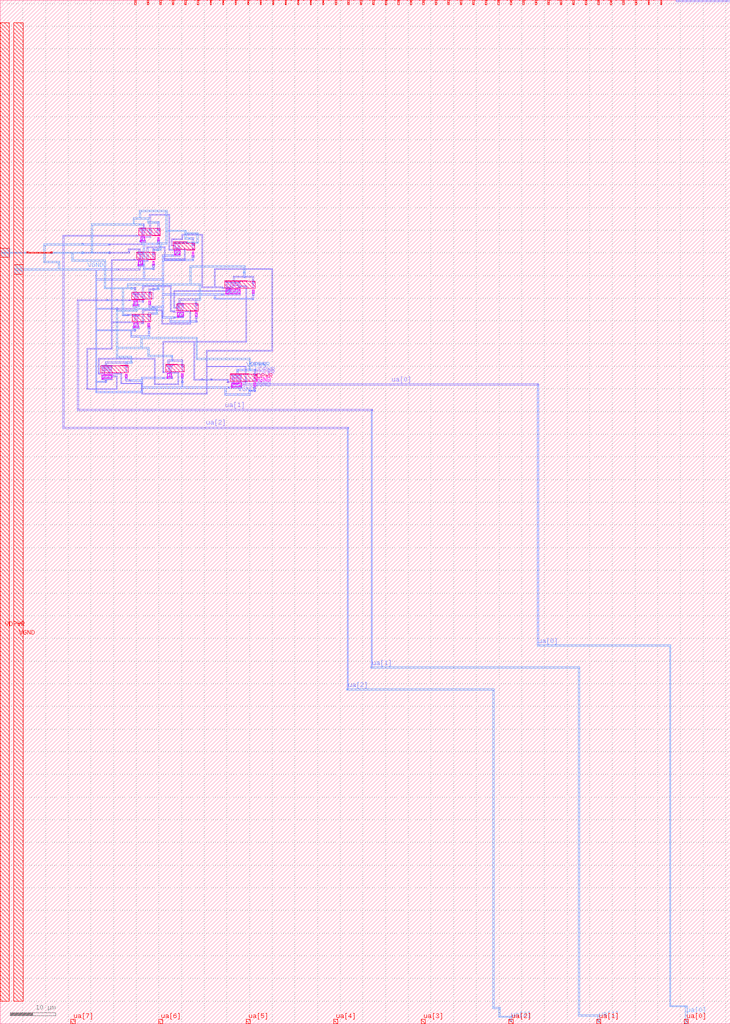
<source format=lef>
VERSION 5.7 ;
  NOWIREEXTENSIONATPIN ON ;
  DIVIDERCHAR "/" ;
  BUSBITCHARS "[]" ;
MACRO tt_um_test_17
  CLASS BLOCK ;
  FOREIGN tt_um_test_17 ;
  ORIGIN 0.000 0.000 ;
  SIZE 161.000 BY 225.760 ;
  PIN clk
    DIRECTION INPUT ;
    PORT
      LAYER met4 ;
        RECT 142.860 224.760 143.160 225.760 ;
    END
  END clk
  PIN ena
    DIRECTION INPUT ;
    PORT
      LAYER met4 ;
        RECT 145.620 224.760 145.920 225.760 ;
    END
  END ena
  PIN rst_n
    DIRECTION INPUT ;
    PORT
      LAYER met4 ;
        RECT 140.100 224.760 140.400 225.760 ;
    END
  END rst_n
  PIN ua[0]
    DIRECTION INOUT ;
    ANTENNADIFFAREA 0.445500 ;
    PORT
      LAYER li1 ;
        RECT 52.550 142.525 53.145 142.865 ;
        RECT 52.550 141.205 52.725 142.525 ;
        RECT 52.550 141.100 53.145 141.205 ;
        RECT 52.550 140.800 53.930 141.100 ;
        RECT 52.550 140.655 53.145 140.800 ;
      LAYER met1 ;
        RECT 53.600 140.800 118.760 141.100 ;
      LAYER met2 ;
        RECT 118.430 83.300 118.730 141.130 ;
        RECT 118.440 83.265 118.720 83.300 ;
      LAYER met3 ;
        RECT 118.415 83.600 118.745 83.615 ;
        RECT 118.415 83.300 147.930 83.600 ;
        RECT 118.415 83.285 118.745 83.300 ;
        RECT 147.630 4.000 147.930 83.300 ;
        RECT 147.630 3.700 151.480 4.000 ;
        RECT 151.080 0.110 151.480 3.700 ;
      LAYER met4 ;
        RECT 150.840 0.000 151.740 1.000 ;
    END
  END ua[0]
  PIN ua[1]
    DIRECTION INOUT ;
    ANTENNAGATEAREA 0.247500 ;
    PORT
      LAYER li1 ;
        RECT 29.550 159.700 29.880 159.715 ;
        RECT 28.380 159.500 29.880 159.700 ;
        RECT 29.550 159.475 29.880 159.500 ;
      LAYER met1 ;
        RECT 23.500 159.700 23.760 159.760 ;
        RECT 16.980 159.500 23.760 159.700 ;
        RECT 16.980 135.500 17.280 159.500 ;
        RECT 23.500 159.440 23.760 159.500 ;
        RECT 25.600 159.700 25.860 159.760 ;
        RECT 28.335 159.700 28.625 159.715 ;
        RECT 25.600 159.500 28.625 159.700 ;
        RECT 25.600 159.440 25.860 159.500 ;
        RECT 28.335 159.485 28.625 159.500 ;
        RECT 16.980 135.200 82.110 135.500 ;
      LAYER met2 ;
        RECT 23.470 159.700 23.790 159.730 ;
        RECT 25.570 159.700 25.890 159.730 ;
        RECT 23.470 159.500 25.890 159.700 ;
        RECT 23.470 159.470 23.790 159.500 ;
        RECT 25.570 159.470 25.890 159.500 ;
        RECT 81.780 78.450 82.080 135.530 ;
        RECT 81.790 78.415 82.070 78.450 ;
      LAYER met3 ;
        RECT 81.765 78.750 82.095 78.765 ;
        RECT 81.765 78.450 127.780 78.750 ;
        RECT 81.765 78.435 82.095 78.450 ;
        RECT 127.480 1.950 127.780 78.450 ;
        RECT 127.480 1.650 132.210 1.950 ;
        RECT 131.755 0.315 132.210 1.650 ;
      LAYER met4 ;
        RECT 131.520 0.000 132.420 1.000 ;
    END
  END ua[1]
  PIN ua[2]
    DIRECTION INOUT ;
    ANTENNAGATEAREA 0.247500 ;
    PORT
      LAYER li1 ;
        RECT 31.050 173.850 31.380 173.865 ;
        RECT 30.030 173.650 31.380 173.850 ;
        RECT 31.050 173.625 31.380 173.650 ;
      LAYER met1 ;
        RECT 29.985 173.850 30.275 173.865 ;
        RECT 13.780 173.650 30.275 173.850 ;
        RECT 13.780 131.550 14.080 173.650 ;
        RECT 29.985 173.635 30.275 173.650 ;
        RECT 13.780 131.250 76.810 131.550 ;
      LAYER met2 ;
        RECT 76.480 73.600 76.780 131.580 ;
        RECT 76.490 73.565 76.770 73.600 ;
      LAYER met3 ;
        RECT 76.465 73.900 76.795 73.915 ;
        RECT 76.465 73.600 108.930 73.900 ;
        RECT 76.465 73.585 76.795 73.600 ;
        RECT 108.630 3.600 108.930 73.600 ;
        RECT 108.630 3.300 110.280 3.600 ;
        RECT 109.980 1.700 110.280 3.300 ;
        RECT 109.980 1.400 112.855 1.700 ;
        RECT 112.410 0.410 112.855 1.400 ;
      LAYER met4 ;
        RECT 112.200 0.000 113.100 1.000 ;
    END
  END ua[2]
  PIN ua[3]
    DIRECTION INOUT ;
    PORT
      LAYER met4 ;
        RECT 92.880 0.000 93.780 1.000 ;
    END
  END ua[3]
  PIN ua[4]
    DIRECTION INOUT ;
    PORT
      LAYER met4 ;
        RECT 73.560 0.000 74.460 1.000 ;
    END
  END ua[4]
  PIN ua[5]
    DIRECTION INOUT ;
    PORT
      LAYER met4 ;
        RECT 54.240 0.000 55.140 1.000 ;
    END
  END ua[5]
  PIN ua[6]
    DIRECTION INOUT ;
    PORT
      LAYER met4 ;
        RECT 34.920 0.000 35.820 1.000 ;
    END
  END ua[6]
  PIN ua[7]
    DIRECTION INOUT ;
    PORT
      LAYER met4 ;
        RECT 15.600 0.000 16.500 1.000 ;
    END
  END ua[7]
  PIN ui_in[0]
    DIRECTION INPUT ;
    PORT
      LAYER met4 ;
        RECT 137.340 224.760 137.640 225.760 ;
    END
  END ui_in[0]
  PIN ui_in[1]
    DIRECTION INPUT ;
    PORT
      LAYER met4 ;
        RECT 134.580 224.760 134.880 225.760 ;
    END
  END ui_in[1]
  PIN ui_in[2]
    DIRECTION INPUT ;
    PORT
      LAYER met4 ;
        RECT 131.820 224.760 132.120 225.760 ;
    END
  END ui_in[2]
  PIN ui_in[3]
    DIRECTION INPUT ;
    PORT
      LAYER met4 ;
        RECT 129.060 224.760 129.360 225.760 ;
    END
  END ui_in[3]
  PIN ui_in[4]
    DIRECTION INPUT ;
    PORT
      LAYER met4 ;
        RECT 126.300 224.760 126.600 225.760 ;
    END
  END ui_in[4]
  PIN ui_in[5]
    DIRECTION INPUT ;
    PORT
      LAYER met4 ;
        RECT 123.540 224.760 123.840 225.760 ;
    END
  END ui_in[5]
  PIN ui_in[6]
    DIRECTION INPUT ;
    PORT
      LAYER met4 ;
        RECT 120.780 224.760 121.080 225.760 ;
    END
  END ui_in[6]
  PIN ui_in[7]
    DIRECTION INPUT ;
    PORT
      LAYER met4 ;
        RECT 118.020 224.760 118.320 225.760 ;
    END
  END ui_in[7]
  PIN uio_in[0]
    DIRECTION INPUT ;
    PORT
      LAYER met4 ;
        RECT 115.260 224.760 115.560 225.760 ;
    END
  END uio_in[0]
  PIN uio_in[1]
    DIRECTION INPUT ;
    PORT
      LAYER met4 ;
        RECT 112.500 224.760 112.800 225.760 ;
    END
  END uio_in[1]
  PIN uio_in[2]
    DIRECTION INPUT ;
    PORT
      LAYER met4 ;
        RECT 109.740 224.760 110.040 225.760 ;
    END
  END uio_in[2]
  PIN uio_in[3]
    DIRECTION INPUT ;
    PORT
      LAYER met4 ;
        RECT 106.980 224.760 107.280 225.760 ;
    END
  END uio_in[3]
  PIN uio_in[4]
    DIRECTION INPUT ;
    PORT
      LAYER met4 ;
        RECT 104.220 224.760 104.520 225.760 ;
    END
  END uio_in[4]
  PIN uio_in[5]
    DIRECTION INPUT ;
    PORT
      LAYER met4 ;
        RECT 101.460 224.760 101.760 225.760 ;
    END
  END uio_in[5]
  PIN uio_in[6]
    DIRECTION INPUT ;
    PORT
      LAYER met4 ;
        RECT 98.700 224.760 99.000 225.760 ;
    END
  END uio_in[6]
  PIN uio_in[7]
    DIRECTION INPUT ;
    PORT
      LAYER met4 ;
        RECT 95.940 224.760 96.240 225.760 ;
    END
  END uio_in[7]
  PIN uio_oe[0]
    DIRECTION OUTPUT TRISTATE ;
    PORT
      LAYER met4 ;
        RECT 49.020 224.760 49.320 225.760 ;
    END
  END uio_oe[0]
  PIN uio_oe[1]
    DIRECTION OUTPUT TRISTATE ;
    PORT
      LAYER met4 ;
        RECT 46.260 224.760 46.560 225.760 ;
    END
  END uio_oe[1]
  PIN uio_oe[2]
    DIRECTION OUTPUT TRISTATE ;
    PORT
      LAYER met4 ;
        RECT 43.500 224.760 43.800 225.760 ;
    END
  END uio_oe[2]
  PIN uio_oe[3]
    DIRECTION OUTPUT TRISTATE ;
    PORT
      LAYER met4 ;
        RECT 40.740 224.760 41.040 225.760 ;
    END
  END uio_oe[3]
  PIN uio_oe[4]
    DIRECTION OUTPUT TRISTATE ;
    PORT
      LAYER met4 ;
        RECT 37.980 224.760 38.280 225.760 ;
    END
  END uio_oe[4]
  PIN uio_oe[5]
    DIRECTION OUTPUT TRISTATE ;
    PORT
      LAYER met4 ;
        RECT 35.220 224.760 35.520 225.760 ;
    END
  END uio_oe[5]
  PIN uio_oe[6]
    DIRECTION OUTPUT TRISTATE ;
    PORT
      LAYER met4 ;
        RECT 32.460 224.760 32.760 225.760 ;
    END
  END uio_oe[6]
  PIN uio_oe[7]
    DIRECTION OUTPUT TRISTATE ;
    PORT
      LAYER met4 ;
        RECT 29.700 224.760 30.000 225.760 ;
    END
  END uio_oe[7]
  PIN uio_out[0]
    DIRECTION OUTPUT TRISTATE ;
    PORT
      LAYER met4 ;
        RECT 71.100 224.760 71.400 225.760 ;
    END
  END uio_out[0]
  PIN uio_out[1]
    DIRECTION OUTPUT TRISTATE ;
    PORT
      LAYER met4 ;
        RECT 68.340 224.760 68.640 225.760 ;
    END
  END uio_out[1]
  PIN uio_out[2]
    DIRECTION OUTPUT TRISTATE ;
    PORT
      LAYER met4 ;
        RECT 65.580 224.760 65.880 225.760 ;
    END
  END uio_out[2]
  PIN uio_out[3]
    DIRECTION OUTPUT TRISTATE ;
    PORT
      LAYER met4 ;
        RECT 62.820 224.760 63.120 225.760 ;
    END
  END uio_out[3]
  PIN uio_out[4]
    DIRECTION OUTPUT TRISTATE ;
    PORT
      LAYER met4 ;
        RECT 60.060 224.760 60.360 225.760 ;
    END
  END uio_out[4]
  PIN uio_out[5]
    DIRECTION OUTPUT TRISTATE ;
    PORT
      LAYER met4 ;
        RECT 57.300 224.760 57.600 225.760 ;
    END
  END uio_out[5]
  PIN uio_out[6]
    DIRECTION OUTPUT TRISTATE ;
    PORT
      LAYER met4 ;
        RECT 54.540 224.760 54.840 225.760 ;
    END
  END uio_out[6]
  PIN uio_out[7]
    DIRECTION OUTPUT TRISTATE ;
    PORT
      LAYER met4 ;
        RECT 51.780 224.760 52.080 225.760 ;
    END
  END uio_out[7]
  PIN uo_out[0]
    DIRECTION OUTPUT TRISTATE ;
    PORT
      LAYER met4 ;
        RECT 93.180 224.760 93.480 225.760 ;
    END
  END uo_out[0]
  PIN uo_out[1]
    DIRECTION OUTPUT TRISTATE ;
    PORT
      LAYER met4 ;
        RECT 90.420 224.760 90.720 225.760 ;
    END
  END uo_out[1]
  PIN uo_out[2]
    DIRECTION OUTPUT TRISTATE ;
    PORT
      LAYER met4 ;
        RECT 87.660 224.760 87.960 225.760 ;
    END
  END uo_out[2]
  PIN uo_out[3]
    DIRECTION OUTPUT TRISTATE ;
    PORT
      LAYER met4 ;
        RECT 84.900 224.760 85.200 225.760 ;
    END
  END uo_out[3]
  PIN uo_out[4]
    DIRECTION OUTPUT TRISTATE ;
    PORT
      LAYER met4 ;
        RECT 82.140 224.760 82.440 225.760 ;
    END
  END uo_out[4]
  PIN uo_out[5]
    DIRECTION OUTPUT TRISTATE ;
    PORT
      LAYER met4 ;
        RECT 79.380 224.760 79.680 225.760 ;
    END
  END uo_out[5]
  PIN uo_out[6]
    DIRECTION OUTPUT TRISTATE ;
    PORT
      LAYER met4 ;
        RECT 76.620 224.760 76.920 225.760 ;
    END
  END uo_out[6]
  PIN uo_out[7]
    DIRECTION OUTPUT TRISTATE ;
    PORT
      LAYER met4 ;
        RECT 73.860 224.760 74.160 225.760 ;
    END
  END uo_out[7]
  PIN VDPWR
    DIRECTION INOUT ;
    USE POWER ;
    PORT
      LAYER nwell ;
        RECT 30.540 175.450 33.580 175.460 ;
        RECT 30.540 173.855 35.320 175.450 ;
        RECT 33.560 173.845 35.320 173.855 ;
        RECT 38.140 172.160 41.180 172.460 ;
        RECT 38.140 170.855 42.930 172.160 ;
        RECT 41.160 170.555 42.930 170.855 ;
        RECT 30.090 170.150 32.680 170.160 ;
        RECT 30.090 168.555 34.220 170.150 ;
        RECT 32.660 168.545 34.220 168.555 ;
        RECT 49.530 163.800 54.430 163.850 ;
        RECT 49.530 162.245 56.220 163.800 ;
        RECT 54.360 162.195 56.220 162.245 ;
        RECT 31.660 161.310 33.370 161.350 ;
        RECT 29.040 159.745 33.370 161.310 ;
        RECT 29.040 159.705 31.780 159.745 ;
        RECT 38.890 158.800 41.930 158.810 ;
        RECT 38.890 157.205 43.620 158.800 ;
        RECT 41.910 157.195 43.620 157.205 ;
        RECT 29.080 154.845 33.220 156.450 ;
        RECT 36.480 145.350 39.080 145.400 ;
        RECT 26.560 145.160 28.220 145.200 ;
        RECT 22.190 143.595 28.220 145.160 ;
        RECT 36.480 143.795 40.570 145.350 ;
        RECT 38.910 143.745 40.570 143.795 ;
        RECT 22.190 143.555 26.580 143.595 ;
        RECT 50.740 143.300 54.830 143.310 ;
        RECT 50.740 141.705 56.570 143.300 ;
        RECT 54.810 141.695 56.570 141.705 ;
      LAYER li1 ;
        RECT 30.730 175.185 32.110 175.355 ;
        RECT 31.070 174.045 31.280 175.185 ;
        RECT 34.670 175.175 35.130 175.345 ;
        RECT 34.755 174.010 35.045 175.175 ;
        RECT 38.330 172.185 39.710 172.355 ;
        RECT 39.285 171.045 39.615 172.185 ;
        RECT 42.280 171.885 42.740 172.055 ;
        RECT 42.365 170.720 42.655 171.885 ;
        RECT 30.280 169.885 31.660 170.055 ;
        RECT 30.620 168.745 30.830 169.885 ;
        RECT 33.570 169.875 34.030 170.045 ;
        RECT 33.655 168.710 33.945 169.875 ;
        RECT 49.720 163.575 52.940 163.745 ;
        RECT 50.775 162.725 50.945 163.575 ;
        RECT 51.615 163.065 51.785 163.575 ;
        RECT 55.570 163.525 56.030 163.695 ;
        RECT 55.655 162.360 55.945 163.525 ;
        RECT 29.230 161.035 30.610 161.205 ;
        RECT 32.720 161.075 33.180 161.245 ;
        RECT 29.570 159.895 29.780 161.035 ;
        RECT 32.805 159.910 33.095 161.075 ;
        RECT 39.080 158.535 40.460 158.705 ;
        RECT 40.035 157.395 40.365 158.535 ;
        RECT 42.970 158.525 43.430 158.695 ;
        RECT 43.055 157.360 43.345 158.525 ;
        RECT 29.270 156.175 30.650 156.345 ;
        RECT 32.570 156.175 33.030 156.345 ;
        RECT 29.610 155.035 29.820 156.175 ;
        RECT 32.655 155.010 32.945 156.175 ;
        RECT 36.670 145.125 38.050 145.295 ;
        RECT 22.380 144.885 24.680 145.055 ;
        RECT 27.570 144.925 28.030 145.095 ;
        RECT 22.895 144.485 23.830 144.885 ;
        RECT 27.655 143.760 27.945 144.925 ;
        RECT 37.010 143.985 37.220 145.125 ;
        RECT 39.920 145.075 40.380 145.245 ;
        RECT 40.005 143.910 40.295 145.075 ;
        RECT 50.930 143.035 53.230 143.205 ;
        RECT 51.445 142.635 52.380 143.035 ;
        RECT 55.920 143.025 56.380 143.195 ;
        RECT 56.005 141.860 56.295 143.025 ;
      LAYER met1 ;
        RECT 31.490 176.395 31.780 176.430 ;
        RECT 31.490 176.070 31.795 176.395 ;
        RECT 31.505 175.510 31.795 176.070 ;
        RECT 30.730 175.030 32.110 175.510 ;
        RECT 34.730 175.500 35.030 176.880 ;
        RECT 34.670 175.020 35.130 175.500 ;
        RECT 42.380 173.300 42.680 173.330 ;
        RECT 42.375 172.970 42.680 173.300 ;
        RECT 38.330 172.400 39.710 172.510 ;
        RECT 40.130 172.400 40.430 172.430 ;
        RECT 38.330 172.100 40.430 172.400 ;
        RECT 42.375 172.210 42.675 172.970 ;
        RECT 38.330 172.030 39.710 172.100 ;
        RECT 40.130 172.070 40.430 172.100 ;
        RECT 42.280 171.730 42.740 172.210 ;
        RECT 28.235 170.655 30.885 170.945 ;
        RECT 23.940 170.195 24.230 170.230 ;
        RECT 28.235 170.195 28.525 170.655 ;
        RECT 30.595 170.210 30.885 170.655 ;
        RECT 23.935 169.905 28.525 170.195 ;
        RECT 23.940 169.870 24.230 169.905 ;
        RECT 30.280 169.730 31.660 170.210 ;
        RECT 33.630 170.200 33.925 170.880 ;
        RECT 33.570 169.720 34.030 170.200 ;
        RECT 54.780 164.895 55.930 164.900 ;
        RECT 51.415 164.605 55.930 164.895 ;
        RECT 51.415 163.900 51.705 164.605 ;
        RECT 53.650 164.600 54.010 164.605 ;
        RECT 54.780 164.595 55.930 164.605 ;
        RECT 49.720 163.420 52.940 163.900 ;
        RECT 55.625 163.850 55.930 164.595 ;
        RECT 55.570 163.370 56.030 163.850 ;
        RECT 29.540 162.345 29.830 162.380 ;
        RECT 29.540 162.020 29.835 162.345 ;
        RECT 33.630 162.145 33.925 162.180 ;
        RECT 29.545 161.360 29.835 162.020 ;
        RECT 32.780 161.850 33.925 162.145 ;
        RECT 32.780 161.400 33.075 161.850 ;
        RECT 33.630 161.820 33.925 161.850 ;
        RECT 29.230 160.880 30.610 161.360 ;
        RECT 32.720 160.920 33.180 161.400 ;
        RECT 43.030 159.900 43.330 159.930 ;
        RECT 39.530 159.895 43.330 159.900 ;
        RECT 39.395 159.600 43.330 159.895 ;
        RECT 39.395 158.860 39.685 159.600 ;
        RECT 39.080 158.380 40.460 158.860 ;
        RECT 43.030 158.850 43.330 159.600 ;
        RECT 42.970 158.370 43.430 158.850 ;
        RECT 33.530 156.800 33.830 156.830 ;
        RECT 28.090 156.500 28.380 156.530 ;
        RECT 32.680 156.500 33.830 156.800 ;
        RECT 28.085 156.210 30.650 156.500 ;
        RECT 28.090 156.170 28.380 156.210 ;
        RECT 29.270 156.020 30.650 156.210 ;
        RECT 32.570 156.020 33.030 156.500 ;
        RECT 33.530 156.470 33.830 156.500 ;
        RECT 37.750 146.400 38.115 146.405 ;
        RECT 37.030 146.395 40.280 146.400 ;
        RECT 36.985 146.095 40.280 146.395 ;
        RECT 27.680 146.000 27.985 146.035 ;
        RECT 27.675 145.995 27.985 146.000 ;
        RECT 23.155 145.705 27.985 145.995 ;
        RECT 23.155 145.210 23.445 145.705 ;
        RECT 27.675 145.670 27.985 145.705 ;
        RECT 27.675 145.250 27.980 145.670 ;
        RECT 36.985 145.450 37.275 146.095 ;
        RECT 22.380 144.730 24.680 145.210 ;
        RECT 27.570 144.770 28.030 145.250 ;
        RECT 36.670 144.970 38.050 145.450 ;
        RECT 39.975 145.400 40.280 146.095 ;
        RECT 39.920 144.920 40.380 145.400 ;
        RECT 52.180 144.345 52.470 144.380 ;
        RECT 52.165 144.020 52.470 144.345 ;
        RECT 52.165 143.360 52.455 144.020 ;
        RECT 50.930 142.880 53.230 143.360 ;
        RECT 55.980 143.350 56.280 144.380 ;
        RECT 55.920 142.870 56.380 143.350 ;
      LAYER met2 ;
        RECT 34.090 176.850 34.370 176.885 ;
        RECT 34.080 176.550 35.060 176.850 ;
        RECT 34.090 176.515 34.370 176.550 ;
        RECT 30.790 176.400 31.070 176.435 ;
        RECT 30.780 176.100 31.810 176.400 ;
        RECT 30.790 176.065 31.070 176.100 ;
        RECT 41.540 173.300 41.820 173.335 ;
        RECT 41.530 173.000 42.710 173.300 ;
        RECT 41.540 172.965 41.820 173.000 ;
        RECT 41.040 172.400 41.320 172.435 ;
        RECT 40.100 172.100 41.320 172.400 ;
        RECT 41.040 172.065 41.320 172.100 ;
        RECT 34.590 170.850 34.870 170.885 ;
        RECT 33.600 170.550 34.880 170.850 ;
        RECT 34.590 170.515 34.870 170.550 ;
        RECT 17.990 170.200 18.270 170.235 ;
        RECT 17.980 169.900 24.260 170.200 ;
        RECT 17.990 169.865 18.270 169.900 ;
        RECT 53.680 165.790 53.980 165.800 ;
        RECT 53.645 165.510 54.015 165.790 ;
        RECT 53.680 164.570 53.980 165.510 ;
        RECT 28.790 162.350 29.070 162.385 ;
        RECT 28.780 162.050 29.860 162.350 ;
        RECT 33.600 162.140 34.980 162.150 ;
        RECT 28.790 162.015 29.070 162.050 ;
        RECT 33.600 161.860 35.015 162.140 ;
        RECT 33.600 161.850 34.980 161.860 ;
        RECT 43.000 159.890 44.230 159.900 ;
        RECT 43.000 159.610 44.265 159.890 ;
        RECT 43.000 159.600 44.230 159.610 ;
        RECT 33.500 156.790 34.680 156.800 ;
        RECT 33.500 156.510 34.715 156.790 ;
        RECT 33.500 156.500 34.680 156.510 ;
        RECT 26.930 156.490 28.410 156.500 ;
        RECT 26.895 156.210 28.410 156.490 ;
        RECT 26.930 156.200 28.410 156.210 ;
        RECT 37.790 147.400 38.070 147.435 ;
        RECT 37.780 146.435 38.080 147.400 ;
        RECT 37.780 146.070 38.085 146.435 ;
        RECT 27.650 146.000 28.015 146.005 ;
        RECT 27.650 145.990 29.030 146.000 ;
        RECT 27.650 145.710 29.065 145.990 ;
        RECT 27.650 145.700 29.030 145.710 ;
        RECT 52.150 144.050 56.310 144.350 ;
      LAYER met3 ;
        RECT 30.680 179.100 36.780 179.400 ;
        RECT 30.680 177.750 30.980 179.100 ;
        RECT 29.280 177.450 32.880 177.750 ;
        RECT 29.280 176.400 29.580 177.450 ;
        RECT 32.580 176.850 32.880 177.450 ;
        RECT 34.065 176.850 34.395 176.865 ;
        RECT 32.580 176.550 34.395 176.850 ;
        RECT 34.065 176.535 34.395 176.550 ;
        RECT 30.765 176.400 31.095 176.415 ;
        RECT 20.080 176.100 31.095 176.400 ;
        RECT 0.000 170.200 2.060 171.050 ;
        RECT 5.840 170.200 6.220 170.210 ;
        RECT 0.000 169.900 6.220 170.200 ;
        RECT 0.000 169.050 2.060 169.900 ;
        RECT 5.840 169.890 6.220 169.900 ;
        RECT 11.120 170.200 11.440 170.240 ;
        RECT 20.080 170.215 20.380 176.100 ;
        RECT 30.765 176.085 31.095 176.100 ;
        RECT 36.480 175.050 36.780 179.100 ;
        RECT 36.480 174.750 40.980 175.050 ;
        RECT 36.480 172.200 36.780 174.750 ;
        RECT 40.680 174.500 40.980 174.750 ;
        RECT 40.680 174.200 43.630 174.500 ;
        RECT 40.680 173.300 40.980 174.200 ;
        RECT 41.515 173.300 41.845 173.315 ;
        RECT 40.680 173.000 41.845 173.300 ;
        RECT 41.515 172.985 41.845 173.000 ;
        RECT 35.230 171.900 36.780 172.200 ;
        RECT 41.015 172.400 41.345 172.415 ;
        RECT 43.330 172.400 43.630 174.200 ;
        RECT 41.015 172.100 43.630 172.400 ;
        RECT 41.015 172.085 41.345 172.100 ;
        RECT 34.565 170.850 34.895 170.865 ;
        RECT 35.230 170.850 35.530 171.900 ;
        RECT 34.565 170.550 35.530 170.850 ;
        RECT 34.565 170.535 34.895 170.550 ;
        RECT 17.965 170.200 18.295 170.215 ;
        RECT 11.120 169.900 18.295 170.200 ;
        RECT 11.120 169.860 11.440 169.900 ;
        RECT 15.780 168.500 16.080 169.900 ;
        RECT 17.965 169.885 18.295 169.900 ;
        RECT 20.065 169.885 20.395 170.215 ;
        RECT 15.780 168.200 23.230 168.500 ;
        RECT 22.930 162.350 23.230 168.200 ;
        RECT 41.780 166.850 53.980 167.150 ;
        RECT 41.780 163.200 42.080 166.850 ;
        RECT 53.680 165.815 53.980 166.850 ;
        RECT 53.665 165.485 53.995 165.815 ;
        RECT 27.980 162.900 44.230 163.200 ;
        RECT 27.980 162.350 28.280 162.900 ;
        RECT 28.765 162.350 29.095 162.365 ;
        RECT 22.930 162.050 29.095 162.350 ;
        RECT 34.680 162.165 34.980 162.900 ;
        RECT 26.930 157.400 27.230 162.050 ;
        RECT 28.765 162.035 29.095 162.050 ;
        RECT 34.665 161.835 34.995 162.165 ;
        RECT 43.930 159.915 44.230 162.900 ;
        RECT 43.915 159.585 44.245 159.915 ;
        RECT 29.930 157.550 34.680 157.850 ;
        RECT 29.930 157.400 30.230 157.550 ;
        RECT 25.580 157.100 30.230 157.400 ;
        RECT 25.580 149.150 25.880 157.100 ;
        RECT 26.930 156.515 27.230 157.100 ;
        RECT 34.380 156.815 34.680 157.550 ;
        RECT 26.915 156.185 27.245 156.515 ;
        RECT 34.365 156.485 34.695 156.815 ;
        RECT 30.980 151.100 43.480 151.400 ;
        RECT 30.980 149.150 31.280 151.100 ;
        RECT 25.580 148.850 32.830 149.150 ;
        RECT 25.580 147.200 25.880 148.850 ;
        RECT 32.530 147.400 32.830 148.850 ;
        RECT 37.765 147.400 38.095 147.415 ;
        RECT 25.580 146.900 29.030 147.200 ;
        RECT 32.530 147.100 38.095 147.400 ;
        RECT 37.765 147.085 38.095 147.100 ;
        RECT 28.730 146.015 29.030 146.900 ;
        RECT 43.180 146.750 43.480 151.100 ;
        RECT 43.180 146.450 55.180 146.750 ;
        RECT 28.715 145.685 29.045 146.015 ;
        RECT 54.880 144.365 55.180 146.450 ;
        RECT 54.865 144.035 55.195 144.365 ;
      LAYER met4 ;
        RECT 0.030 171.055 2.030 220.760 ;
        RECT 0.025 169.045 2.035 171.055 ;
        RECT 5.865 170.200 6.195 170.215 ;
        RECT 11.115 170.200 11.445 170.215 ;
        RECT 5.865 169.900 11.445 170.200 ;
        RECT 5.865 169.885 6.195 169.900 ;
        RECT 11.115 169.885 11.445 169.900 ;
        RECT 0.030 5.000 2.030 169.045 ;
    END
  END VDPWR
  PIN VGND
    DIRECTION INOUT ;
    USE GROUND ;
    PORT
      LAYER pwell ;
        RECT 34.685 172.730 35.115 173.515 ;
        RECT 42.295 169.440 42.725 170.225 ;
        RECT 33.585 167.430 34.015 168.215 ;
        RECT 55.585 161.080 56.015 161.865 ;
        RECT 32.735 158.630 33.165 159.415 ;
        RECT 42.985 156.080 43.415 156.865 ;
        RECT 32.585 153.730 33.015 154.515 ;
        RECT 27.585 142.480 28.015 143.265 ;
        RECT 39.935 142.630 40.365 143.415 ;
        RECT 55.935 140.580 56.365 141.365 ;
      LAYER li1 ;
        RECT 31.050 172.635 31.280 173.455 ;
        RECT 30.730 172.465 32.110 172.635 ;
        RECT 34.755 172.625 35.045 173.350 ;
        RECT 34.670 172.455 35.130 172.625 ;
        RECT 38.435 169.635 38.675 170.445 ;
        RECT 39.345 169.635 39.615 170.445 ;
        RECT 38.330 169.465 39.710 169.635 ;
        RECT 42.365 169.335 42.655 170.060 ;
        RECT 42.280 169.165 42.740 169.335 ;
        RECT 30.600 167.335 30.830 168.155 ;
        RECT 30.280 167.165 31.660 167.335 ;
        RECT 33.655 167.325 33.945 168.050 ;
        RECT 33.570 167.155 34.030 167.325 ;
        RECT 49.855 161.025 50.185 161.415 ;
        RECT 50.695 161.025 51.025 161.415 ;
        RECT 52.565 161.025 52.855 161.860 ;
        RECT 49.720 160.855 52.940 161.025 ;
        RECT 55.655 160.975 55.945 161.700 ;
        RECT 55.570 160.805 56.030 160.975 ;
        RECT 29.550 158.485 29.780 159.305 ;
        RECT 32.805 158.525 33.095 159.250 ;
        RECT 29.230 158.315 30.610 158.485 ;
        RECT 32.720 158.355 33.180 158.525 ;
        RECT 39.185 155.985 39.425 156.795 ;
        RECT 40.095 155.985 40.365 156.795 ;
        RECT 39.080 155.815 40.460 155.985 ;
        RECT 43.055 155.975 43.345 156.700 ;
        RECT 42.970 155.805 43.430 155.975 ;
        RECT 29.590 153.625 29.820 154.445 ;
        RECT 32.655 153.625 32.945 154.350 ;
        RECT 29.270 153.455 30.650 153.625 ;
        RECT 32.570 153.455 33.030 153.625 ;
        RECT 22.895 142.335 23.830 142.735 ;
        RECT 27.655 142.375 27.945 143.100 ;
        RECT 36.990 142.575 37.220 143.395 ;
        RECT 36.670 142.405 38.050 142.575 ;
        RECT 40.005 142.525 40.295 143.250 ;
        RECT 22.380 142.165 24.680 142.335 ;
        RECT 27.570 142.205 28.030 142.375 ;
        RECT 39.920 142.355 40.380 142.525 ;
        RECT 51.445 140.485 52.380 140.885 ;
        RECT 50.930 140.315 53.230 140.485 ;
        RECT 56.005 140.475 56.295 141.200 ;
        RECT 55.920 140.305 56.380 140.475 ;
      LAYER met1 ;
        RECT 30.730 172.310 32.110 172.790 ;
        RECT 23.890 172.045 24.180 172.080 ;
        RECT 31.045 172.045 31.335 172.310 ;
        RECT 34.670 172.300 35.130 172.780 ;
        RECT 23.885 171.755 31.335 172.045 ;
        RECT 34.780 171.770 35.080 172.300 ;
        RECT 23.890 171.720 24.180 171.755 ;
        RECT 37.690 169.600 37.980 169.630 ;
        RECT 38.330 169.600 39.710 169.790 ;
        RECT 37.685 169.310 39.710 169.600 ;
        RECT 37.690 169.270 37.980 169.310 ;
        RECT 42.280 169.010 42.740 169.490 ;
        RECT 42.330 168.270 42.630 169.010 ;
        RECT 30.280 167.010 31.660 167.490 ;
        RECT 25.690 166.495 25.980 166.530 ;
        RECT 30.595 166.495 30.885 167.010 ;
        RECT 33.570 167.000 34.030 167.480 ;
        RECT 25.685 166.205 30.885 166.495 ;
        RECT 33.625 166.680 33.925 167.000 ;
        RECT 33.625 166.350 33.930 166.680 ;
        RECT 33.630 166.320 33.930 166.350 ;
        RECT 25.690 166.170 25.980 166.205 ;
        RECT 48.790 160.990 49.080 161.030 ;
        RECT 49.720 160.990 52.940 161.180 ;
        RECT 48.785 160.700 52.940 160.990 ;
        RECT 48.790 160.670 49.080 160.700 ;
        RECT 55.570 160.650 56.030 161.130 ;
        RECT 55.630 159.720 55.930 160.650 ;
        RECT 29.230 158.160 30.610 158.640 ;
        RECT 32.720 158.250 33.180 158.680 ;
        RECT 33.630 158.250 33.930 158.280 ;
        RECT 32.720 158.200 33.930 158.250 ;
        RECT 25.590 157.845 25.880 157.880 ;
        RECT 29.545 157.845 29.835 158.160 ;
        RECT 32.775 157.950 33.930 158.200 ;
        RECT 33.630 157.920 33.930 157.950 ;
        RECT 25.585 157.555 29.835 157.845 ;
        RECT 25.590 157.520 25.880 157.555 ;
        RECT 38.290 155.950 38.580 155.980 ;
        RECT 39.080 155.950 40.460 156.140 ;
        RECT 38.285 155.660 40.460 155.950 ;
        RECT 38.290 155.620 38.580 155.660 ;
        RECT 42.970 155.650 43.430 156.130 ;
        RECT 43.075 155.085 43.380 155.650 ;
        RECT 43.075 154.750 43.385 155.085 ;
        RECT 43.080 154.720 43.385 154.750 ;
        RECT 29.270 153.300 30.650 153.780 ;
        RECT 32.570 153.300 33.030 153.780 ;
        RECT 29.585 153.130 29.875 153.300 ;
        RECT 29.585 152.805 29.880 153.130 ;
        RECT 29.590 152.770 29.880 152.805 ;
        RECT 32.630 152.600 32.930 153.300 ;
        RECT 32.600 152.300 32.960 152.600 ;
        RECT 35.890 142.540 36.180 142.580 ;
        RECT 36.670 142.540 38.050 142.730 ;
        RECT 22.380 142.010 24.680 142.490 ;
        RECT 27.570 142.050 28.030 142.530 ;
        RECT 35.885 142.250 38.050 142.540 ;
        RECT 35.890 142.220 36.180 142.250 ;
        RECT 39.920 142.200 40.380 142.680 ;
        RECT 28.480 142.050 28.780 142.080 ;
        RECT 23.155 141.780 23.445 142.010 ;
        RECT 23.140 141.455 23.445 141.780 ;
        RECT 27.630 141.750 28.780 142.050 ;
        RECT 39.980 141.950 40.280 142.200 ;
        RECT 28.480 141.720 28.780 141.750 ;
        RECT 39.985 141.700 40.280 141.950 ;
        RECT 23.140 141.420 23.430 141.455 ;
        RECT 39.950 141.405 40.310 141.700 ;
        RECT 50.240 140.450 50.530 140.480 ;
        RECT 50.930 140.450 53.230 140.640 ;
        RECT 50.235 140.160 53.230 140.450 ;
        RECT 50.240 140.120 50.530 140.160 ;
        RECT 55.920 140.150 56.380 140.630 ;
        RECT 55.980 139.420 56.280 140.150 ;
      LAYER met2 ;
        RECT 17.990 172.050 18.270 172.085 ;
        RECT 17.980 171.750 24.210 172.050 ;
        RECT 31.580 171.800 35.110 172.100 ;
        RECT 17.990 171.715 18.270 171.750 ;
        RECT 31.580 166.650 31.880 171.800 ;
        RECT 35.730 169.300 38.010 169.600 ;
        RECT 35.730 168.600 36.030 169.300 ;
        RECT 35.730 168.300 42.660 168.600 ;
        RECT 19.090 166.500 19.370 166.535 ;
        RECT 19.080 166.200 26.010 166.500 ;
        RECT 31.580 166.350 33.960 166.650 ;
        RECT 19.090 166.165 19.370 166.200 ;
        RECT 21.030 164.300 21.330 166.200 ;
        RECT 31.580 164.300 31.880 166.350 ;
        RECT 35.730 164.300 36.030 168.300 ;
        RECT 21.030 164.000 36.030 164.300 ;
        RECT 21.030 157.850 21.330 164.000 ;
        RECT 35.730 161.000 36.030 164.000 ;
        RECT 35.730 160.700 49.110 161.000 ;
        RECT 35.730 158.250 36.030 160.700 ;
        RECT 47.230 160.050 47.530 160.700 ;
        RECT 47.230 159.750 55.960 160.050 ;
        RECT 33.600 157.950 36.030 158.250 ;
        RECT 21.030 157.550 25.910 157.850 ;
        RECT 21.030 153.100 21.330 157.550 ;
        RECT 35.730 155.950 36.030 157.950 ;
        RECT 35.730 155.650 38.610 155.950 ;
        RECT 37.430 155.050 37.730 155.650 ;
        RECT 43.050 155.050 43.415 155.055 ;
        RECT 37.430 154.750 43.415 155.050 ;
        RECT 21.030 152.800 29.910 153.100 ;
        RECT 21.030 141.750 21.330 152.800 ;
        RECT 28.730 151.750 29.030 152.800 ;
        RECT 32.630 151.750 32.930 152.630 ;
        RECT 28.730 151.450 32.930 151.750 ;
        RECT 31.130 142.250 36.210 142.550 ;
        RECT 31.130 142.050 31.430 142.250 ;
        RECT 28.450 141.750 31.430 142.050 ;
        RECT 21.030 141.450 23.460 141.750 ;
        RECT 21.030 139.500 21.330 141.450 ;
        RECT 31.130 140.450 31.430 141.750 ;
        RECT 39.980 140.450 40.280 141.730 ;
        RECT 31.130 140.150 50.560 140.450 ;
        RECT 31.130 139.500 31.430 140.150 ;
        RECT 21.030 139.200 31.430 139.500 ;
        RECT 49.530 138.950 49.830 140.150 ;
        RECT 54.830 139.450 56.310 139.750 ;
        RECT 54.830 138.950 55.130 139.450 ;
        RECT 49.530 138.650 55.130 138.950 ;
      LAYER met3 ;
        RECT 17.965 172.050 18.295 172.065 ;
        RECT 9.580 171.750 18.295 172.050 ;
        RECT 9.580 168.150 9.880 171.750 ;
        RECT 17.965 171.735 18.295 171.750 ;
        RECT 9.580 167.850 13.080 168.150 ;
        RECT 3.000 166.500 5.060 167.350 ;
        RECT 12.780 166.500 13.080 167.850 ;
        RECT 19.065 166.500 19.395 166.515 ;
        RECT 3.000 166.200 19.395 166.500 ;
        RECT 3.000 165.350 5.060 166.200 ;
        RECT 19.065 166.185 19.395 166.200 ;
      LAYER met4 ;
        RECT 3.030 167.355 5.030 220.760 ;
        RECT 3.025 165.345 5.035 167.355 ;
        RECT 3.030 5.000 5.030 165.345 ;
    END
  END VGND
  OBS
      LAYER pwell ;
        RECT 30.940 172.655 31.870 173.565 ;
        RECT 30.940 172.635 31.045 172.655 ;
        RECT 30.875 172.465 31.045 172.635 ;
        RECT 38.335 169.655 39.685 170.565 ;
        RECT 38.480 169.465 38.650 169.655 ;
        RECT 30.490 167.355 31.420 168.265 ;
        RECT 30.490 167.335 30.595 167.355 ;
        RECT 30.425 167.165 30.595 167.335 ;
        RECT 49.765 161.045 52.935 161.955 ;
        RECT 49.865 160.855 50.035 161.045 ;
        RECT 29.440 158.505 30.370 159.415 ;
        RECT 29.440 158.485 29.545 158.505 ;
        RECT 29.375 158.315 29.545 158.485 ;
        RECT 39.085 156.005 40.435 156.915 ;
        RECT 39.230 155.815 39.400 156.005 ;
        RECT 29.480 153.645 30.410 154.555 ;
        RECT 29.480 153.625 29.585 153.645 ;
        RECT 29.415 153.455 29.585 153.625 ;
        RECT 22.870 143.035 24.675 143.265 ;
        RECT 22.385 142.355 24.675 143.035 ;
        RECT 36.880 142.595 37.810 143.505 ;
        RECT 36.880 142.575 36.985 142.595 ;
        RECT 36.815 142.405 36.985 142.575 ;
        RECT 22.530 142.165 22.700 142.355 ;
        RECT 51.420 141.185 53.225 141.415 ;
        RECT 50.935 140.505 53.225 141.185 ;
        RECT 51.080 140.315 51.250 140.505 ;
      LAYER li1 ;
        RECT 31.450 174.035 31.780 175.015 ;
        RECT 31.550 173.715 31.780 174.035 ;
        RECT 31.550 173.485 33.145 173.715 ;
        RECT 31.550 173.435 31.780 173.485 ;
        RECT 31.450 172.805 31.780 173.435 ;
        RECT 37.680 172.900 38.330 173.100 ;
        RECT 37.680 171.750 37.880 172.900 ;
        RECT 38.425 171.750 38.755 172.000 ;
        RECT 37.680 171.550 38.755 171.750 ;
        RECT 38.425 171.215 38.755 171.550 ;
        RECT 38.425 171.045 39.105 171.215 ;
        RECT 38.415 170.625 38.765 170.875 ;
        RECT 38.935 170.445 39.105 171.045 ;
        RECT 39.275 170.845 39.625 170.875 ;
        RECT 39.275 170.655 40.825 170.845 ;
        RECT 39.275 170.625 39.625 170.655 ;
        RECT 38.845 169.805 39.175 170.445 ;
        RECT 31.000 168.735 31.330 169.715 ;
        RECT 30.600 168.550 30.930 168.565 ;
        RECT 29.480 168.350 30.930 168.550 ;
        RECT 30.600 168.325 30.930 168.350 ;
        RECT 31.100 168.415 31.330 168.735 ;
        RECT 31.100 168.185 32.595 168.415 ;
        RECT 31.100 168.135 31.330 168.185 ;
        RECT 31.000 167.505 31.330 168.135 ;
        RECT 49.805 162.725 50.185 163.405 ;
        RECT 51.115 162.895 51.445 163.405 ;
        RECT 51.955 162.895 52.355 163.405 ;
        RECT 51.115 162.725 52.355 162.895 ;
        RECT 52.535 162.750 52.855 163.405 ;
        RECT 49.805 161.765 49.975 162.725 ;
        RECT 50.145 162.385 51.450 162.555 ;
        RECT 52.535 162.475 52.930 162.750 ;
        RECT 50.145 161.935 50.390 162.385 ;
        RECT 50.560 162.015 51.110 162.215 ;
        RECT 51.280 162.185 51.450 162.385 ;
        RECT 52.225 162.450 52.930 162.475 ;
        RECT 52.225 162.305 52.855 162.450 ;
        RECT 51.280 162.015 51.655 162.185 ;
        RECT 51.825 161.765 52.055 162.265 ;
        RECT 49.805 161.595 52.055 161.765 ;
        RECT 50.355 161.275 50.525 161.595 ;
        RECT 52.225 161.425 52.395 162.305 ;
        RECT 51.440 161.255 52.395 161.425 ;
        RECT 29.950 159.885 30.280 160.865 ;
        RECT 30.050 159.515 30.280 159.885 ;
        RECT 30.050 159.285 31.595 159.515 ;
        RECT 29.950 158.655 30.280 159.285 ;
        RECT 31.365 159.135 31.595 159.285 ;
        RECT 39.175 158.100 39.505 158.350 ;
        RECT 39.030 157.800 39.505 158.100 ;
        RECT 39.175 157.565 39.505 157.800 ;
        RECT 39.175 157.395 39.855 157.565 ;
        RECT 38.105 156.975 39.515 157.225 ;
        RECT 39.685 156.795 39.855 157.395 ;
        RECT 40.025 157.200 40.375 157.225 ;
        RECT 40.025 157.000 41.330 157.200 ;
        RECT 40.025 156.975 40.375 157.000 ;
        RECT 39.595 156.155 39.925 156.795 ;
        RECT 29.990 155.025 30.320 156.005 ;
        RECT 29.590 154.850 29.920 154.855 ;
        RECT 28.430 154.650 29.920 154.850 ;
        RECT 29.590 154.615 29.920 154.650 ;
        RECT 30.090 154.665 30.320 155.025 ;
        RECT 31.365 154.665 31.595 154.915 ;
        RECT 30.090 154.435 31.595 154.665 ;
        RECT 30.090 154.425 30.320 154.435 ;
        RECT 29.990 153.795 30.320 154.425 ;
        RECT 22.465 144.315 22.725 144.715 ;
        RECT 24.000 144.375 24.595 144.715 ;
        RECT 22.465 144.145 23.830 144.315 ;
        RECT 22.465 143.500 22.925 143.975 ;
        RECT 21.630 143.300 22.925 143.500 ;
        RECT 22.465 143.245 22.925 143.300 ;
        RECT 23.095 143.075 23.830 144.145 ;
        RECT 22.465 142.905 23.830 143.075 ;
        RECT 24.000 143.055 24.175 144.375 ;
        RECT 24.355 143.450 24.595 144.205 ;
        RECT 37.390 143.975 37.720 144.955 ;
        RECT 36.990 143.800 37.320 143.805 ;
        RECT 35.880 143.600 37.320 143.800 ;
        RECT 36.990 143.565 37.320 143.600 ;
        RECT 24.355 143.250 25.530 143.450 ;
        RECT 37.490 143.375 37.720 143.975 ;
        RECT 24.355 143.225 24.595 143.250 ;
        RECT 22.465 142.505 22.725 142.905 ;
        RECT 24.000 142.505 24.595 143.055 ;
        RECT 37.390 142.745 37.720 143.375 ;
        RECT 51.015 142.465 51.275 142.865 ;
        RECT 51.015 142.295 52.380 142.465 ;
        RECT 51.015 141.650 51.475 142.125 ;
        RECT 50.130 141.450 51.475 141.650 ;
        RECT 51.015 141.395 51.475 141.450 ;
        RECT 51.645 141.225 52.380 142.295 ;
        RECT 52.905 141.650 53.145 142.355 ;
        RECT 52.905 141.450 54.230 141.650 ;
        RECT 52.905 141.375 53.145 141.450 ;
        RECT 51.015 141.055 52.380 141.225 ;
        RECT 51.015 140.655 51.275 141.055 ;
      LAYER met1 ;
        RECT 149.100 225.450 161.000 225.750 ;
        RECT 149.100 225.400 149.400 225.450 ;
        RECT 32.915 178.285 37.395 178.515 ;
        RECT 32.915 173.455 33.145 178.285 ;
        RECT 32.365 171.185 36.395 171.415 ;
        RECT 29.435 168.550 29.725 168.565 ;
        RECT 24.480 168.350 29.725 168.550 ;
        RECT 24.480 154.850 24.680 168.350 ;
        RECT 29.435 168.335 29.725 168.350 ;
        RECT 32.365 168.155 32.595 171.185 ;
        RECT 36.165 168.665 36.395 171.185 ;
        RECT 37.165 170.865 37.395 178.285 ;
        RECT 40.080 173.900 44.630 174.100 ;
        RECT 38.035 173.100 38.325 173.115 ;
        RECT 40.080 173.100 40.280 173.900 ;
        RECT 38.030 172.900 40.280 173.100 ;
        RECT 38.035 172.885 38.325 172.900 ;
        RECT 37.165 170.635 38.775 170.865 ;
        RECT 40.615 168.665 40.845 170.895 ;
        RECT 36.165 168.435 40.845 168.665 ;
        RECT 31.365 162.535 37.695 162.765 ;
        RECT 31.365 159.155 31.595 162.535 ;
        RECT 31.365 157.285 35.845 157.515 ;
        RECT 28.385 154.850 28.675 154.865 ;
        RECT 24.480 154.650 28.675 154.850 ;
        RECT 31.365 154.820 31.595 157.285 ;
        RECT 24.480 149.000 24.680 154.650 ;
        RECT 28.385 154.635 28.675 154.650 ;
        RECT 31.360 154.580 31.600 154.820 ;
        RECT 31.365 154.435 31.595 154.580 ;
        RECT 35.615 154.515 35.845 157.285 ;
        RECT 37.465 157.215 37.695 162.535 ;
        RECT 44.430 162.550 44.630 173.900 ;
        RECT 47.230 166.350 60.080 166.550 ;
        RECT 47.230 162.550 47.430 166.350 ;
        RECT 52.580 162.550 54.330 162.750 ;
        RECT 44.430 162.350 49.080 162.550 ;
        RECT 52.610 162.470 52.930 162.550 ;
        RECT 48.805 162.335 49.080 162.350 ;
        RECT 48.805 162.275 50.305 162.335 ;
        RECT 48.805 162.185 50.375 162.275 ;
        RECT 50.085 162.045 50.375 162.185 ;
        RECT 50.530 162.200 50.760 162.275 ;
        RECT 50.530 162.050 51.105 162.200 ;
        RECT 50.530 161.985 50.760 162.050 ;
        RECT 50.530 161.700 50.730 161.985 ;
        RECT 38.280 161.500 50.730 161.700 ;
        RECT 38.280 158.050 38.480 161.500 ;
        RECT 39.085 158.050 39.345 158.080 ;
        RECT 38.280 157.850 39.430 158.050 ;
        RECT 39.085 157.820 39.345 157.850 ;
        RECT 38.225 157.215 38.535 157.225 ;
        RECT 37.465 156.985 38.535 157.215 ;
        RECT 41.035 156.985 41.995 157.215 ;
        RECT 38.225 156.975 38.535 156.985 ;
        RECT 41.765 154.515 41.995 156.985 ;
        RECT 35.615 154.285 41.995 154.515 ;
        RECT 54.130 150.500 54.330 162.550 ;
        RECT 19.130 148.800 24.680 149.000 ;
        RECT 35.880 150.300 54.330 150.500 ;
        RECT 19.130 140.100 19.330 148.800 ;
        RECT 21.630 146.550 34.180 146.750 ;
        RECT 21.630 143.545 21.830 146.550 ;
        RECT 21.615 143.255 21.845 143.545 ;
        RECT 25.285 143.450 25.575 143.465 ;
        RECT 25.285 143.250 26.780 143.450 ;
        RECT 25.285 143.235 25.575 143.250 ;
        RECT 24.335 142.900 24.625 142.915 ;
        RECT 24.335 142.700 25.830 142.900 ;
        RECT 24.335 142.685 24.625 142.700 ;
        RECT 25.630 140.100 25.830 142.700 ;
        RECT 26.580 141.300 26.780 143.250 ;
        RECT 26.580 141.100 31.430 141.300 ;
        RECT 19.130 139.900 25.830 140.100 ;
        RECT 31.230 139.050 31.430 141.100 ;
        RECT 33.980 141.150 34.180 146.550 ;
        RECT 35.880 143.860 36.080 150.300 ;
        RECT 35.850 143.540 36.110 143.860 ;
        RECT 37.435 143.700 37.725 143.715 ;
        RECT 37.435 143.500 39.380 143.700 ;
        RECT 37.435 143.485 37.725 143.500 ;
        RECT 39.180 141.150 39.380 143.500 ;
        RECT 42.680 142.150 42.880 150.300 ;
        RECT 59.880 148.550 60.080 166.350 ;
        RECT 45.430 148.350 60.080 148.550 ;
        RECT 45.430 145.050 45.630 148.350 ;
        RECT 45.430 144.850 54.230 145.050 ;
        RECT 44.350 142.150 44.610 142.210 ;
        RECT 42.680 141.950 44.610 142.150 ;
        RECT 44.350 141.890 44.610 141.950 ;
        RECT 33.980 140.950 39.380 141.150 ;
        RECT 45.430 139.050 45.630 144.850 ;
        RECT 46.450 142.150 46.710 142.210 ;
        RECT 46.450 141.950 50.330 142.150 ;
        RECT 46.450 141.890 46.710 141.950 ;
        RECT 50.130 141.695 50.330 141.950 ;
        RECT 54.030 141.695 54.230 144.850 ;
        RECT 50.115 141.405 50.345 141.695 ;
        RECT 54.015 141.405 54.245 141.695 ;
        RECT 31.230 138.850 45.630 139.050 ;
      LAYER met2 ;
        RECT 44.320 142.150 44.640 142.180 ;
        RECT 46.420 142.150 46.740 142.180 ;
        RECT 44.320 141.950 46.740 142.150 ;
        RECT 44.320 141.920 44.640 141.950 ;
        RECT 46.420 141.920 46.740 141.950 ;
  END
END tt_um_test_17
END LIBRARY


</source>
